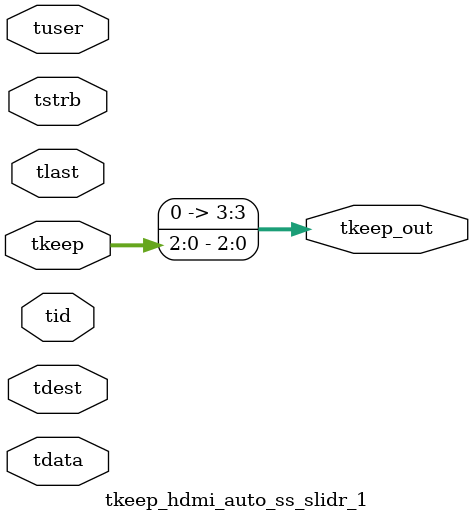
<source format=v>


`timescale 1ps/1ps

module tkeep_hdmi_auto_ss_slidr_1 #
(
parameter C_S_AXIS_TDATA_WIDTH = 32,
parameter C_S_AXIS_TUSER_WIDTH = 0,
parameter C_S_AXIS_TID_WIDTH   = 0,
parameter C_S_AXIS_TDEST_WIDTH = 0,
parameter C_M_AXIS_TDATA_WIDTH = 32
)
(
input  [(C_S_AXIS_TDATA_WIDTH == 0 ? 1 : C_S_AXIS_TDATA_WIDTH)-1:0     ] tdata,
input  [(C_S_AXIS_TUSER_WIDTH == 0 ? 1 : C_S_AXIS_TUSER_WIDTH)-1:0     ] tuser,
input  [(C_S_AXIS_TID_WIDTH   == 0 ? 1 : C_S_AXIS_TID_WIDTH)-1:0       ] tid,
input  [(C_S_AXIS_TDEST_WIDTH == 0 ? 1 : C_S_AXIS_TDEST_WIDTH)-1:0     ] tdest,
input  [(C_S_AXIS_TDATA_WIDTH/8)-1:0 ] tkeep,
input  [(C_S_AXIS_TDATA_WIDTH/8)-1:0 ] tstrb,
input                                                                    tlast,
output [(C_M_AXIS_TDATA_WIDTH/8)-1:0 ] tkeep_out
);

assign tkeep_out = {tkeep[2:0]};

endmodule


</source>
